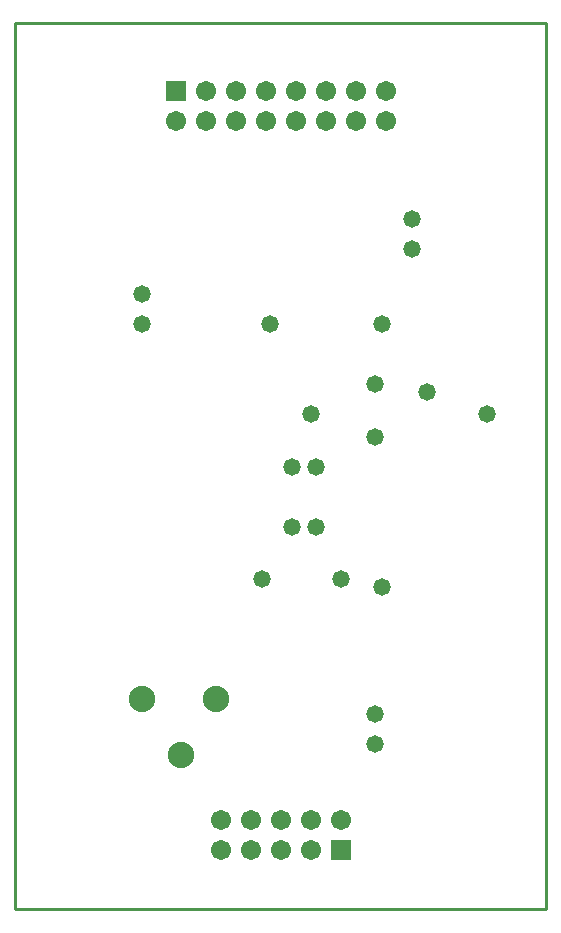
<source format=gbs>
G04*
G04 #@! TF.GenerationSoftware,Altium Limited,Altium Designer,18.1.6 (161)*
G04*
G04 Layer_Color=16711935*
%FSLAX24Y24*%
%MOIN*%
G70*
G01*
G75*
%ADD10C,0.0100*%
%ADD24R,0.0671X0.0671*%
%ADD25C,0.0671*%
%ADD26C,0.0880*%
%ADD27C,0.0580*%
D10*
X0Y0D02*
X17717D01*
Y29528D01*
X0D02*
X17717D01*
X0Y0D02*
Y29528D01*
D24*
X5358Y27272D02*
D03*
X10858Y1969D02*
D03*
D25*
X5358Y26272D02*
D03*
X6358Y27272D02*
D03*
Y26272D02*
D03*
X7358Y27272D02*
D03*
Y26272D02*
D03*
X8358Y27272D02*
D03*
Y26272D02*
D03*
X9358Y27272D02*
D03*
Y26272D02*
D03*
X10358Y27272D02*
D03*
Y26272D02*
D03*
X11358Y27272D02*
D03*
Y26272D02*
D03*
X12358Y27272D02*
D03*
Y26272D02*
D03*
X10858Y2968D02*
D03*
X9858Y1969D02*
D03*
Y2968D02*
D03*
X8858Y1969D02*
D03*
Y2968D02*
D03*
X7858Y1969D02*
D03*
Y2968D02*
D03*
X6858Y1969D02*
D03*
Y2968D02*
D03*
D26*
X5530Y5130D02*
D03*
X4250Y7000D02*
D03*
X6711D02*
D03*
D27*
X12250Y10750D02*
D03*
X13750Y17250D02*
D03*
X8500Y19500D02*
D03*
X12250D02*
D03*
X13250Y23000D02*
D03*
Y22000D02*
D03*
X12000Y17500D02*
D03*
X8250Y11000D02*
D03*
X10858D02*
D03*
X12000Y15750D02*
D03*
X4250Y20500D02*
D03*
Y19500D02*
D03*
X15750Y16500D02*
D03*
X9250Y12750D02*
D03*
X10050D02*
D03*
X9250Y14750D02*
D03*
X10050D02*
D03*
X9858Y16500D02*
D03*
X12000Y6500D02*
D03*
X12008Y5500D02*
D03*
M02*

</source>
